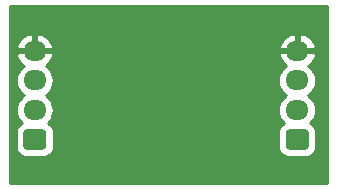
<source format=gbr>
%TF.GenerationSoftware,KiCad,Pcbnew,(5.1.6)-1*%
%TF.CreationDate,2020-07-04T13:17:01+02:00*%
%TF.ProjectId,Grove_step_up,47726f76-655f-4737-9465-705f75702e6b,rev?*%
%TF.SameCoordinates,Original*%
%TF.FileFunction,Copper,L2,Bot*%
%TF.FilePolarity,Positive*%
%FSLAX46Y46*%
G04 Gerber Fmt 4.6, Leading zero omitted, Abs format (unit mm)*
G04 Created by KiCad (PCBNEW (5.1.6)-1) date 2020-07-04 13:17:01*
%MOMM*%
%LPD*%
G01*
G04 APERTURE LIST*
%TA.AperFunction,ComponentPad*%
%ADD10O,1.950000X1.700000*%
%TD*%
%TA.AperFunction,ViaPad*%
%ADD11C,0.800000*%
%TD*%
%TA.AperFunction,Conductor*%
%ADD12C,0.254000*%
%TD*%
G04 APERTURE END LIST*
D10*
%TO.P,J2,4*%
%TO.N,GND*%
X131445000Y-73780000D03*
%TO.P,J2,3*%
%TO.N,+5V*%
X131445000Y-76280000D03*
%TO.P,J2,2*%
%TO.N,Net-(J1-Pad2)*%
X131445000Y-78780000D03*
%TO.P,J2,1*%
%TO.N,Net-(J1-Pad1)*%
%TA.AperFunction,ComponentPad*%
G36*
G01*
X132170000Y-82130000D02*
X130720000Y-82130000D01*
G75*
G02*
X130470000Y-81880000I0J250000D01*
G01*
X130470000Y-80680000D01*
G75*
G02*
X130720000Y-80430000I250000J0D01*
G01*
X132170000Y-80430000D01*
G75*
G02*
X132420000Y-80680000I0J-250000D01*
G01*
X132420000Y-81880000D01*
G75*
G02*
X132170000Y-82130000I-250000J0D01*
G01*
G37*
%TD.AperFunction*%
%TD*%
%TO.P,J1,4*%
%TO.N,GND*%
X109220000Y-73780000D03*
%TO.P,J1,3*%
%TO.N,+3V3*%
X109220000Y-76280000D03*
%TO.P,J1,2*%
%TO.N,Net-(J1-Pad2)*%
X109220000Y-78780000D03*
%TO.P,J1,1*%
%TO.N,Net-(J1-Pad1)*%
%TA.AperFunction,ComponentPad*%
G36*
G01*
X109945000Y-82130000D02*
X108495000Y-82130000D01*
G75*
G02*
X108245000Y-81880000I0J250000D01*
G01*
X108245000Y-80680000D01*
G75*
G02*
X108495000Y-80430000I250000J0D01*
G01*
X109945000Y-80430000D01*
G75*
G02*
X110195000Y-80680000I0J-250000D01*
G01*
X110195000Y-81880000D01*
G75*
G02*
X109945000Y-82130000I-250000J0D01*
G01*
G37*
%TD.AperFunction*%
%TD*%
D11*
%TO.N,GND*%
X119380000Y-82550000D03*
X115062000Y-82550000D03*
X115570000Y-76200000D03*
%TD*%
D12*
%TO.N,GND*%
G36*
X133985000Y-84963000D02*
G01*
X107086000Y-84963000D01*
X107086000Y-76280000D01*
X107602815Y-76280000D01*
X107631487Y-76571111D01*
X107716401Y-76851034D01*
X107854294Y-77109014D01*
X108039866Y-77335134D01*
X108265986Y-77520706D01*
X108283374Y-77530000D01*
X108265986Y-77539294D01*
X108039866Y-77724866D01*
X107854294Y-77950986D01*
X107716401Y-78208966D01*
X107631487Y-78488889D01*
X107602815Y-78780000D01*
X107631487Y-79071111D01*
X107716401Y-79351034D01*
X107854294Y-79609014D01*
X108039866Y-79835134D01*
X108103337Y-79887223D01*
X108001614Y-79941595D01*
X107867038Y-80052038D01*
X107756595Y-80186614D01*
X107674528Y-80340150D01*
X107623992Y-80506746D01*
X107606928Y-80680000D01*
X107606928Y-81880000D01*
X107623992Y-82053254D01*
X107674528Y-82219850D01*
X107756595Y-82373386D01*
X107867038Y-82507962D01*
X108001614Y-82618405D01*
X108155150Y-82700472D01*
X108321746Y-82751008D01*
X108495000Y-82768072D01*
X109945000Y-82768072D01*
X110118254Y-82751008D01*
X110284850Y-82700472D01*
X110438386Y-82618405D01*
X110572962Y-82507962D01*
X110683405Y-82373386D01*
X110765472Y-82219850D01*
X110816008Y-82053254D01*
X110833072Y-81880000D01*
X110833072Y-80680000D01*
X110816008Y-80506746D01*
X110765472Y-80340150D01*
X110683405Y-80186614D01*
X110572962Y-80052038D01*
X110438386Y-79941595D01*
X110336663Y-79887223D01*
X110400134Y-79835134D01*
X110585706Y-79609014D01*
X110723599Y-79351034D01*
X110808513Y-79071111D01*
X110837185Y-78780000D01*
X110808513Y-78488889D01*
X110723599Y-78208966D01*
X110585706Y-77950986D01*
X110400134Y-77724866D01*
X110174014Y-77539294D01*
X110156626Y-77530000D01*
X110174014Y-77520706D01*
X110400134Y-77335134D01*
X110585706Y-77109014D01*
X110723599Y-76851034D01*
X110808513Y-76571111D01*
X110837185Y-76280000D01*
X129827815Y-76280000D01*
X129856487Y-76571111D01*
X129941401Y-76851034D01*
X130079294Y-77109014D01*
X130264866Y-77335134D01*
X130490986Y-77520706D01*
X130508374Y-77530000D01*
X130490986Y-77539294D01*
X130264866Y-77724866D01*
X130079294Y-77950986D01*
X129941401Y-78208966D01*
X129856487Y-78488889D01*
X129827815Y-78780000D01*
X129856487Y-79071111D01*
X129941401Y-79351034D01*
X130079294Y-79609014D01*
X130264866Y-79835134D01*
X130328337Y-79887223D01*
X130226614Y-79941595D01*
X130092038Y-80052038D01*
X129981595Y-80186614D01*
X129899528Y-80340150D01*
X129848992Y-80506746D01*
X129831928Y-80680000D01*
X129831928Y-81880000D01*
X129848992Y-82053254D01*
X129899528Y-82219850D01*
X129981595Y-82373386D01*
X130092038Y-82507962D01*
X130226614Y-82618405D01*
X130380150Y-82700472D01*
X130546746Y-82751008D01*
X130720000Y-82768072D01*
X132170000Y-82768072D01*
X132343254Y-82751008D01*
X132509850Y-82700472D01*
X132663386Y-82618405D01*
X132797962Y-82507962D01*
X132908405Y-82373386D01*
X132990472Y-82219850D01*
X133041008Y-82053254D01*
X133058072Y-81880000D01*
X133058072Y-80680000D01*
X133041008Y-80506746D01*
X132990472Y-80340150D01*
X132908405Y-80186614D01*
X132797962Y-80052038D01*
X132663386Y-79941595D01*
X132561663Y-79887223D01*
X132625134Y-79835134D01*
X132810706Y-79609014D01*
X132948599Y-79351034D01*
X133033513Y-79071111D01*
X133062185Y-78780000D01*
X133033513Y-78488889D01*
X132948599Y-78208966D01*
X132810706Y-77950986D01*
X132625134Y-77724866D01*
X132399014Y-77539294D01*
X132381626Y-77530000D01*
X132399014Y-77520706D01*
X132625134Y-77335134D01*
X132810706Y-77109014D01*
X132948599Y-76851034D01*
X133033513Y-76571111D01*
X133062185Y-76280000D01*
X133033513Y-75988889D01*
X132948599Y-75708966D01*
X132810706Y-75450986D01*
X132625134Y-75224866D01*
X132399014Y-75039294D01*
X132373278Y-75025538D01*
X132579429Y-74869049D01*
X132772496Y-74651193D01*
X132919352Y-74399858D01*
X133011476Y-74136890D01*
X132890155Y-73907000D01*
X131572000Y-73907000D01*
X131572000Y-73927000D01*
X131318000Y-73927000D01*
X131318000Y-73907000D01*
X129999845Y-73907000D01*
X129878524Y-74136890D01*
X129970648Y-74399858D01*
X130117504Y-74651193D01*
X130310571Y-74869049D01*
X130516722Y-75025538D01*
X130490986Y-75039294D01*
X130264866Y-75224866D01*
X130079294Y-75450986D01*
X129941401Y-75708966D01*
X129856487Y-75988889D01*
X129827815Y-76280000D01*
X110837185Y-76280000D01*
X110808513Y-75988889D01*
X110723599Y-75708966D01*
X110585706Y-75450986D01*
X110400134Y-75224866D01*
X110174014Y-75039294D01*
X110148278Y-75025538D01*
X110354429Y-74869049D01*
X110547496Y-74651193D01*
X110694352Y-74399858D01*
X110786476Y-74136890D01*
X110665155Y-73907000D01*
X109347000Y-73907000D01*
X109347000Y-73927000D01*
X109093000Y-73927000D01*
X109093000Y-73907000D01*
X107774845Y-73907000D01*
X107653524Y-74136890D01*
X107745648Y-74399858D01*
X107892504Y-74651193D01*
X108085571Y-74869049D01*
X108291722Y-75025538D01*
X108265986Y-75039294D01*
X108039866Y-75224866D01*
X107854294Y-75450986D01*
X107716401Y-75708966D01*
X107631487Y-75988889D01*
X107602815Y-76280000D01*
X107086000Y-76280000D01*
X107086000Y-73423110D01*
X107653524Y-73423110D01*
X107774845Y-73653000D01*
X109093000Y-73653000D01*
X109093000Y-72453835D01*
X109347000Y-72453835D01*
X109347000Y-73653000D01*
X110665155Y-73653000D01*
X110786476Y-73423110D01*
X129878524Y-73423110D01*
X129999845Y-73653000D01*
X131318000Y-73653000D01*
X131318000Y-72453835D01*
X131572000Y-72453835D01*
X131572000Y-73653000D01*
X132890155Y-73653000D01*
X133011476Y-73423110D01*
X132919352Y-73160142D01*
X132772496Y-72908807D01*
X132579429Y-72690951D01*
X132347570Y-72514947D01*
X132085830Y-72387558D01*
X131804267Y-72313680D01*
X131572000Y-72453835D01*
X131318000Y-72453835D01*
X131085733Y-72313680D01*
X130804170Y-72387558D01*
X130542430Y-72514947D01*
X130310571Y-72690951D01*
X130117504Y-72908807D01*
X129970648Y-73160142D01*
X129878524Y-73423110D01*
X110786476Y-73423110D01*
X110694352Y-73160142D01*
X110547496Y-72908807D01*
X110354429Y-72690951D01*
X110122570Y-72514947D01*
X109860830Y-72387558D01*
X109579267Y-72313680D01*
X109347000Y-72453835D01*
X109093000Y-72453835D01*
X108860733Y-72313680D01*
X108579170Y-72387558D01*
X108317430Y-72514947D01*
X108085571Y-72690951D01*
X107892504Y-72908807D01*
X107745648Y-73160142D01*
X107653524Y-73423110D01*
X107086000Y-73423110D01*
X107086000Y-70002000D01*
X133985000Y-70002000D01*
X133985000Y-84963000D01*
G37*
X133985000Y-84963000D02*
X107086000Y-84963000D01*
X107086000Y-76280000D01*
X107602815Y-76280000D01*
X107631487Y-76571111D01*
X107716401Y-76851034D01*
X107854294Y-77109014D01*
X108039866Y-77335134D01*
X108265986Y-77520706D01*
X108283374Y-77530000D01*
X108265986Y-77539294D01*
X108039866Y-77724866D01*
X107854294Y-77950986D01*
X107716401Y-78208966D01*
X107631487Y-78488889D01*
X107602815Y-78780000D01*
X107631487Y-79071111D01*
X107716401Y-79351034D01*
X107854294Y-79609014D01*
X108039866Y-79835134D01*
X108103337Y-79887223D01*
X108001614Y-79941595D01*
X107867038Y-80052038D01*
X107756595Y-80186614D01*
X107674528Y-80340150D01*
X107623992Y-80506746D01*
X107606928Y-80680000D01*
X107606928Y-81880000D01*
X107623992Y-82053254D01*
X107674528Y-82219850D01*
X107756595Y-82373386D01*
X107867038Y-82507962D01*
X108001614Y-82618405D01*
X108155150Y-82700472D01*
X108321746Y-82751008D01*
X108495000Y-82768072D01*
X109945000Y-82768072D01*
X110118254Y-82751008D01*
X110284850Y-82700472D01*
X110438386Y-82618405D01*
X110572962Y-82507962D01*
X110683405Y-82373386D01*
X110765472Y-82219850D01*
X110816008Y-82053254D01*
X110833072Y-81880000D01*
X110833072Y-80680000D01*
X110816008Y-80506746D01*
X110765472Y-80340150D01*
X110683405Y-80186614D01*
X110572962Y-80052038D01*
X110438386Y-79941595D01*
X110336663Y-79887223D01*
X110400134Y-79835134D01*
X110585706Y-79609014D01*
X110723599Y-79351034D01*
X110808513Y-79071111D01*
X110837185Y-78780000D01*
X110808513Y-78488889D01*
X110723599Y-78208966D01*
X110585706Y-77950986D01*
X110400134Y-77724866D01*
X110174014Y-77539294D01*
X110156626Y-77530000D01*
X110174014Y-77520706D01*
X110400134Y-77335134D01*
X110585706Y-77109014D01*
X110723599Y-76851034D01*
X110808513Y-76571111D01*
X110837185Y-76280000D01*
X129827815Y-76280000D01*
X129856487Y-76571111D01*
X129941401Y-76851034D01*
X130079294Y-77109014D01*
X130264866Y-77335134D01*
X130490986Y-77520706D01*
X130508374Y-77530000D01*
X130490986Y-77539294D01*
X130264866Y-77724866D01*
X130079294Y-77950986D01*
X129941401Y-78208966D01*
X129856487Y-78488889D01*
X129827815Y-78780000D01*
X129856487Y-79071111D01*
X129941401Y-79351034D01*
X130079294Y-79609014D01*
X130264866Y-79835134D01*
X130328337Y-79887223D01*
X130226614Y-79941595D01*
X130092038Y-80052038D01*
X129981595Y-80186614D01*
X129899528Y-80340150D01*
X129848992Y-80506746D01*
X129831928Y-80680000D01*
X129831928Y-81880000D01*
X129848992Y-82053254D01*
X129899528Y-82219850D01*
X129981595Y-82373386D01*
X130092038Y-82507962D01*
X130226614Y-82618405D01*
X130380150Y-82700472D01*
X130546746Y-82751008D01*
X130720000Y-82768072D01*
X132170000Y-82768072D01*
X132343254Y-82751008D01*
X132509850Y-82700472D01*
X132663386Y-82618405D01*
X132797962Y-82507962D01*
X132908405Y-82373386D01*
X132990472Y-82219850D01*
X133041008Y-82053254D01*
X133058072Y-81880000D01*
X133058072Y-80680000D01*
X133041008Y-80506746D01*
X132990472Y-80340150D01*
X132908405Y-80186614D01*
X132797962Y-80052038D01*
X132663386Y-79941595D01*
X132561663Y-79887223D01*
X132625134Y-79835134D01*
X132810706Y-79609014D01*
X132948599Y-79351034D01*
X133033513Y-79071111D01*
X133062185Y-78780000D01*
X133033513Y-78488889D01*
X132948599Y-78208966D01*
X132810706Y-77950986D01*
X132625134Y-77724866D01*
X132399014Y-77539294D01*
X132381626Y-77530000D01*
X132399014Y-77520706D01*
X132625134Y-77335134D01*
X132810706Y-77109014D01*
X132948599Y-76851034D01*
X133033513Y-76571111D01*
X133062185Y-76280000D01*
X133033513Y-75988889D01*
X132948599Y-75708966D01*
X132810706Y-75450986D01*
X132625134Y-75224866D01*
X132399014Y-75039294D01*
X132373278Y-75025538D01*
X132579429Y-74869049D01*
X132772496Y-74651193D01*
X132919352Y-74399858D01*
X133011476Y-74136890D01*
X132890155Y-73907000D01*
X131572000Y-73907000D01*
X131572000Y-73927000D01*
X131318000Y-73927000D01*
X131318000Y-73907000D01*
X129999845Y-73907000D01*
X129878524Y-74136890D01*
X129970648Y-74399858D01*
X130117504Y-74651193D01*
X130310571Y-74869049D01*
X130516722Y-75025538D01*
X130490986Y-75039294D01*
X130264866Y-75224866D01*
X130079294Y-75450986D01*
X129941401Y-75708966D01*
X129856487Y-75988889D01*
X129827815Y-76280000D01*
X110837185Y-76280000D01*
X110808513Y-75988889D01*
X110723599Y-75708966D01*
X110585706Y-75450986D01*
X110400134Y-75224866D01*
X110174014Y-75039294D01*
X110148278Y-75025538D01*
X110354429Y-74869049D01*
X110547496Y-74651193D01*
X110694352Y-74399858D01*
X110786476Y-74136890D01*
X110665155Y-73907000D01*
X109347000Y-73907000D01*
X109347000Y-73927000D01*
X109093000Y-73927000D01*
X109093000Y-73907000D01*
X107774845Y-73907000D01*
X107653524Y-74136890D01*
X107745648Y-74399858D01*
X107892504Y-74651193D01*
X108085571Y-74869049D01*
X108291722Y-75025538D01*
X108265986Y-75039294D01*
X108039866Y-75224866D01*
X107854294Y-75450986D01*
X107716401Y-75708966D01*
X107631487Y-75988889D01*
X107602815Y-76280000D01*
X107086000Y-76280000D01*
X107086000Y-73423110D01*
X107653524Y-73423110D01*
X107774845Y-73653000D01*
X109093000Y-73653000D01*
X109093000Y-72453835D01*
X109347000Y-72453835D01*
X109347000Y-73653000D01*
X110665155Y-73653000D01*
X110786476Y-73423110D01*
X129878524Y-73423110D01*
X129999845Y-73653000D01*
X131318000Y-73653000D01*
X131318000Y-72453835D01*
X131572000Y-72453835D01*
X131572000Y-73653000D01*
X132890155Y-73653000D01*
X133011476Y-73423110D01*
X132919352Y-73160142D01*
X132772496Y-72908807D01*
X132579429Y-72690951D01*
X132347570Y-72514947D01*
X132085830Y-72387558D01*
X131804267Y-72313680D01*
X131572000Y-72453835D01*
X131318000Y-72453835D01*
X131085733Y-72313680D01*
X130804170Y-72387558D01*
X130542430Y-72514947D01*
X130310571Y-72690951D01*
X130117504Y-72908807D01*
X129970648Y-73160142D01*
X129878524Y-73423110D01*
X110786476Y-73423110D01*
X110694352Y-73160142D01*
X110547496Y-72908807D01*
X110354429Y-72690951D01*
X110122570Y-72514947D01*
X109860830Y-72387558D01*
X109579267Y-72313680D01*
X109347000Y-72453835D01*
X109093000Y-72453835D01*
X108860733Y-72313680D01*
X108579170Y-72387558D01*
X108317430Y-72514947D01*
X108085571Y-72690951D01*
X107892504Y-72908807D01*
X107745648Y-73160142D01*
X107653524Y-73423110D01*
X107086000Y-73423110D01*
X107086000Y-70002000D01*
X133985000Y-70002000D01*
X133985000Y-84963000D01*
%TD*%
M02*

</source>
